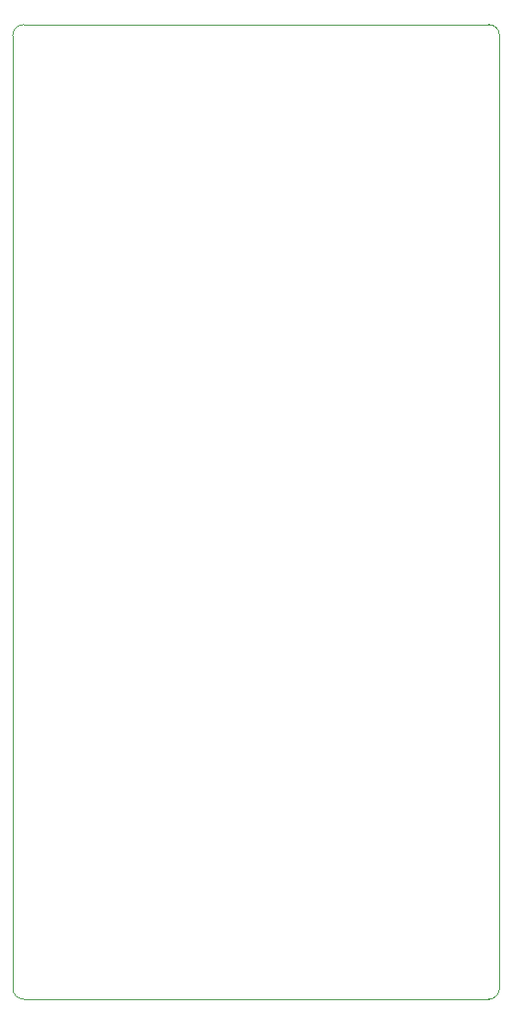
<source format=gbr>
%TF.GenerationSoftware,KiCad,Pcbnew,(6.0.4)*%
%TF.CreationDate,2022-08-11T18:10:45+02:00*%
%TF.ProjectId,mta1-usb-ch552-programmer,6d746131-2d75-4736-922d-63683535322d,rev?*%
%TF.SameCoordinates,Original*%
%TF.FileFunction,Profile,NP*%
%FSLAX46Y46*%
G04 Gerber Fmt 4.6, Leading zero omitted, Abs format (unit mm)*
G04 Created by KiCad (PCBNEW (6.0.4)) date 2022-08-11 18:10:45*
%MOMM*%
%LPD*%
G01*
G04 APERTURE LIST*
%TA.AperFunction,Profile*%
%ADD10C,0.100000*%
%TD*%
G04 APERTURE END LIST*
D10*
X119000000Y-49000000D02*
G75*
G03*
X118000000Y-50000000I0J-1000000D01*
G01*
X162000000Y-49000000D02*
X119000000Y-49000000D01*
X118000000Y-50000000D02*
X118000000Y-138000000D01*
X118000000Y-138000000D02*
G75*
G03*
X119000000Y-139000000I1000000J0D01*
G01*
X163000000Y-50000000D02*
G75*
G03*
X162000000Y-49000000I-1000000J0D01*
G01*
X119000000Y-139000000D02*
X162000000Y-139000000D01*
X163000000Y-138000000D02*
X163000000Y-50000000D01*
X162000000Y-139000000D02*
G75*
G03*
X163000000Y-138000000I0J1000000D01*
G01*
M02*

</source>
